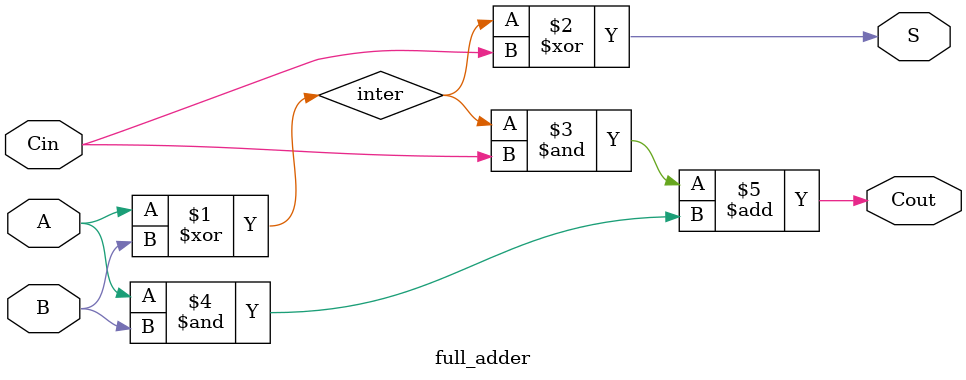
<source format=v>
`ifndef FULL_ADDER
`define FULL_ADDER

module full_adder(
		input A, B, Cin, // input numerical and carry bits
		output S, Cout // output sum and carry bits
	);

	wire inter;

	assign inter = A ^ B;
	assign S = inter ^ Cin;
	assign Cout = (inter & Cin) + (A & B);
endmodule

`endif

/*
 * Copyright (C) 2022, C. R. Van West
 *
 * This program is free software: you can redistribute it and/or modify
 * it under the terms of the GNU General Public License as published by
 * the Free Software Foundation, either version 3 of the License, or
 * (at your option) any later version.
 *
 * This program is distributed in the hope that it will be useful,
 * but WITHOUT ANY WARRANTY; without even the implied warranty of
 * MERCHANTABILITY or FITNESS FOR A PARTICULAR PURPOSE.  See the
 * GNU General Public License for more details.
 *
 * You should have received a copy of the GNU General Public License
 * along with this program.  If not, see <https://www.gnu.org/licenses/>.
 */

</source>
